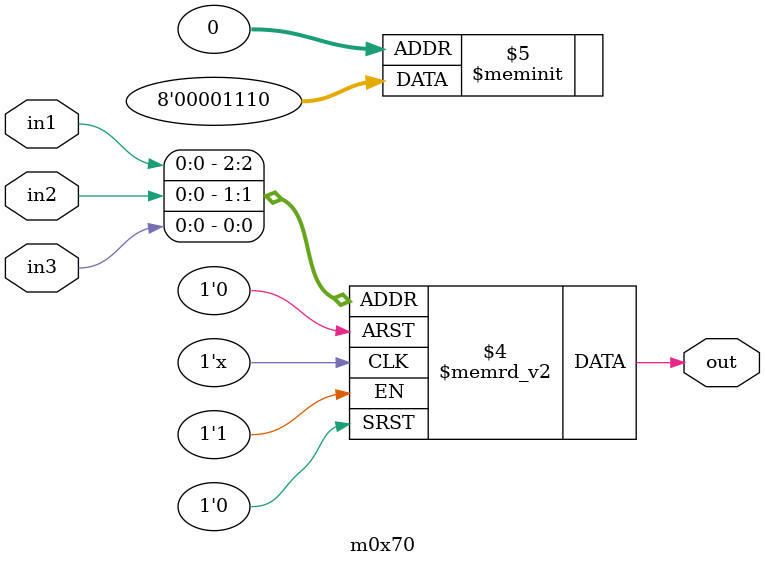
<source format=v>
module m0x70(output out, input in1, in2, in3);

   always @(in1, in2, in3)
     begin
        case({in1, in2, in3})
          3'b000: {out} = 1'b0;
          3'b001: {out} = 1'b1;
          3'b010: {out} = 1'b1;
          3'b011: {out} = 1'b1;
          3'b100: {out} = 1'b0;
          3'b101: {out} = 1'b0;
          3'b110: {out} = 1'b0;
          3'b111: {out} = 1'b0;
        endcase // case ({in1, in2, in3})
     end // always @ (in1, in2, in3)

endmodule // m0x70
</source>
